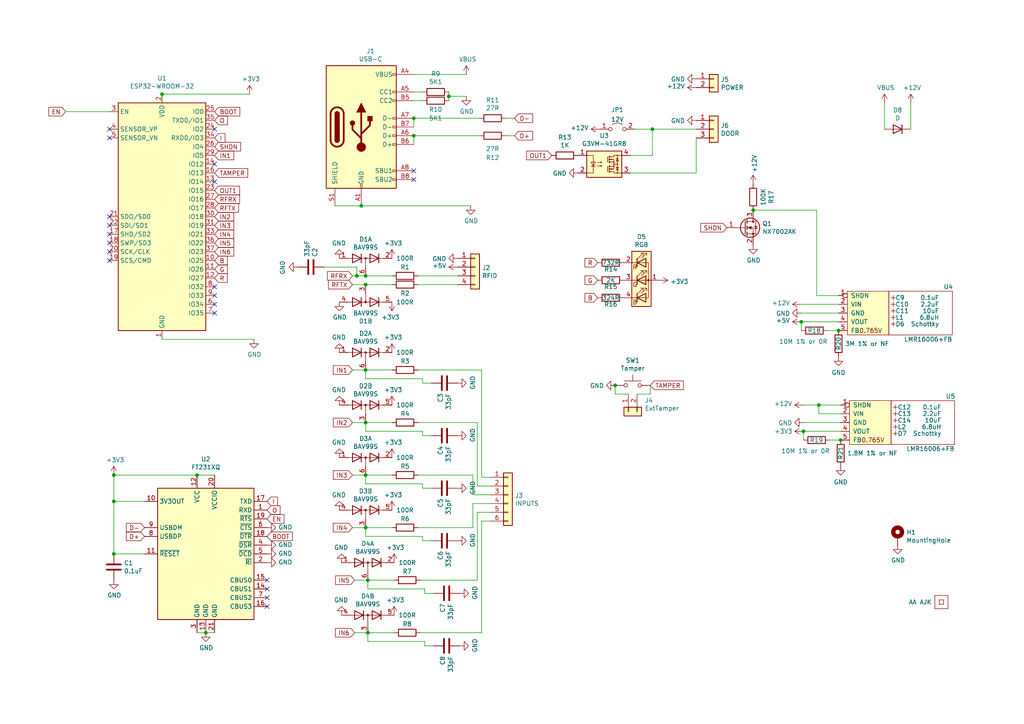
<source format=kicad_sch>
(kicad_sch (version 20211123) (generator eeschema)
  (paper "A4")
  (title_block (title "Access control") (date "${DATE}") (rev "3") (company "Adrian Kennard Andrews & Arnold Ltd") (comment 1 "@TheRealRevK") (comment 2 "www.me.uk"))
  (junction (at 106.045 122.555))
  (junction (at 120.015 39.37))
  (junction (at 120.015 34.29))
  (junction (at 106.68 168.275))
  (junction (at 104.775 59.69))
  (junction (at 106.045 80.01))
  (junction (at 178.435 111.76))
  (junction (at 189.23 37.465))
  (junction (at 243.84 127.635))
  (junction (at 33.02 160.655))
  (junction (at 106.045 137.795))
  (junction (at 59.69 183.515))
  (junction (at 106.68 183.515))
  (junction (at 130.175 27.94))
  (junction (at 33.02 145.415))
  (junction (at 243.205 95.885))
  (junction (at 106.045 107.315))
  (junction (at 233.045 125.095))
  (junction (at 57.15 137.795))
  (junction (at 103.505 80.01))
  (junction (at 237.49 117.475))
  (junction (at 106.045 82.55))
  (junction (at 46.99 27.305))
  (junction (at 232.41 93.345))
  (junction (at 33.02 137.795))
  (junction (at 218.44 60.96))
  (junction (at 106.045 153.035))
  (no_connect (at 62.23 88.265))
  (no_connect (at 77.47 175.895))
  (no_connect (at 31.75 67.945))
  (no_connect (at 62.23 47.625))
  (no_connect (at 31.75 37.465))
  (no_connect (at 62.23 85.725))
  (no_connect (at 31.75 70.485))
  (no_connect (at 62.23 37.465))
  (no_connect (at 77.47 170.815))
  (no_connect (at 77.47 168.275))
  (no_connect (at 77.47 173.355))
  (no_connect (at 31.75 75.565))
  (no_connect (at 120.015 52.07))
  (no_connect (at 62.23 90.805))
  (no_connect (at 31.75 62.865))
  (no_connect (at 31.75 65.405))
  (no_connect (at 62.23 83.185))
  (no_connect (at 120.015 49.53))
  (no_connect (at 62.23 52.705))
  (no_connect (at 31.75 40.005))
  (no_connect (at 31.75 73.025))
  (wire (pts (xy 236.855 85.725) (xy 243.205 85.725)))
  (wire (pts (xy 106.68 186.055) (xy 123.19 186.055)))
  (wire (pts (xy 233.045 125.095) (xy 243.84 125.095)))
  (wire (pts (xy 122.555 109.855) (xy 122.555 111.125)))
  (wire (pts (xy 103.505 80.01) (xy 106.045 80.01)))
  (wire (pts (xy 121.285 153.035) (xy 137.16 153.035)))
  (wire (pts (xy 104.775 59.69) (xy 136.525 59.69)))
  (wire (pts (xy 146.685 34.29) (xy 149.225 34.29)))
  (wire (pts (xy 106.68 168.275) (xy 114.3 168.275)))
  (wire (pts (xy 106.045 82.55) (xy 113.665 82.55)))
  (wire (pts (xy 138.43 168.275) (xy 138.43 148.59)))
  (wire (pts (xy 184.785 114.3) (xy 188.595 114.3)))
  (wire (pts (xy 106.045 140.335) (xy 122.555 140.335)))
  (wire (pts (xy 201.93 40.005) (xy 201.93 50.165)))
  (wire (pts (xy 233.045 125.095) (xy 233.045 127.635)))
  (wire (pts (xy 106.045 107.315) (xy 113.665 107.315)))
  (wire (pts (xy 59.69 183.515) (xy 62.23 183.515)))
  (wire (pts (xy 256.54 37.465) (xy 256.54 29.845)))
  (wire (pts (xy 33.02 145.415) (xy 33.02 137.795)))
  (wire (pts (xy 62.23 137.795) (xy 57.15 137.795)))
  (wire (pts (xy 121.285 137.795) (xy 137.16 137.795)))
  (wire (pts (xy 122.555 156.845) (xy 125.095 156.845)))
  (wire (pts (xy 232.41 93.345) (xy 243.205 93.345)))
  (wire (pts (xy 139.7 138.43) (xy 142.24 138.43)))
  (wire (pts (xy 232.41 88.265) (xy 243.205 88.265)))
  (wire (pts (xy 182.88 45.085) (xy 189.23 45.085)))
  (wire (pts (xy 106.045 137.795) (xy 113.665 137.795)))
  (wire (pts (xy 46.99 98.425) (xy 73.66 98.425)))
  (wire (pts (xy 237.49 117.475) (xy 243.84 117.475)))
  (wire (pts (xy 120.015 34.29) (xy 139.065 34.29)))
  (wire (pts (xy 106.045 122.555) (xy 106.045 125.095)))
  (wire (pts (xy 233.045 117.475) (xy 237.49 117.475)))
  (wire (pts (xy 103.505 77.47) (xy 103.505 80.01)))
  (wire (pts (xy 233.045 122.555) (xy 243.84 122.555)))
  (wire (pts (xy 120.015 26.67) (xy 122.555 26.67)))
  (wire (pts (xy 139.7 151.13) (xy 142.24 151.13)))
  (wire (pts (xy 106.045 137.795) (xy 106.045 140.335)))
  (wire (pts (xy 146.685 39.37) (xy 149.225 39.37)))
  (wire (pts (xy 138.43 122.555) (xy 138.43 140.97)))
  (wire (pts (xy 236.855 60.96) (xy 236.855 85.725)))
  (wire (pts (xy 121.285 122.555) (xy 138.43 122.555)))
  (wire (pts (xy 121.285 107.315) (xy 139.7 107.315)))
  (wire (pts (xy 137.16 153.035) (xy 137.16 146.05)))
  (wire (pts (xy 122.555 126.365) (xy 125.095 126.365)))
  (wire (pts (xy 106.045 125.095) (xy 122.555 125.095)))
  (wire (pts (xy 237.49 117.475) (xy 237.49 120.015)))
  (wire (pts (xy 130.175 27.94) (xy 130.175 29.21)))
  (wire (pts (xy 232.41 93.345) (xy 232.41 95.885)))
  (wire (pts (xy 102.235 82.55) (xy 106.045 82.55)))
  (wire (pts (xy 182.88 50.165) (xy 201.93 50.165)))
  (wire (pts (xy 138.43 148.59) (xy 142.24 148.59)))
  (wire (pts (xy 232.41 90.805) (xy 243.205 90.805)))
  (wire (pts (xy 264.16 37.465) (xy 264.16 29.845)))
  (wire (pts (xy 102.87 183.515) (xy 106.68 183.515)))
  (wire (pts (xy 106.045 80.01) (xy 113.665 80.01)))
  (wire (pts (xy 178.435 114.3) (xy 182.245 114.3)))
  (wire (pts (xy 137.16 146.05) (xy 142.24 146.05)))
  (wire (pts (xy 121.285 80.01) (xy 132.715 80.01)))
  (wire (pts (xy 122.555 140.335) (xy 122.555 141.605)))
  (wire (pts (xy 120.015 21.59) (xy 135.255 21.59)))
  (wire (pts (xy 102.235 122.555) (xy 106.045 122.555)))
  (wire (pts (xy 123.19 186.055) (xy 123.19 187.325)))
  (wire (pts (xy 106.68 170.815) (xy 123.19 170.815)))
  (wire (pts (xy 137.16 143.51) (xy 142.24 143.51)))
  (wire (pts (xy 122.555 111.125) (xy 125.095 111.125)))
  (wire (pts (xy 123.19 170.815) (xy 123.19 172.085)))
  (wire (pts (xy 33.02 137.795) (xy 57.15 137.795)))
  (wire (pts (xy 139.7 183.515) (xy 139.7 151.13)))
  (wire (pts (xy 189.23 37.465) (xy 184.15 37.465)))
  (wire (pts (xy 123.19 172.085) (xy 125.73 172.085)))
  (wire (pts (xy 122.555 141.605) (xy 125.095 141.605)))
  (wire (pts (xy 57.15 183.515) (xy 59.69 183.515)))
  (wire (pts (xy 106.045 153.035) (xy 106.045 155.575)))
  (wire (pts (xy 240.03 95.885) (xy 243.205 95.885)))
  (wire (pts (xy 123.19 187.325) (xy 125.73 187.325)))
  (wire (pts (xy 120.015 29.21) (xy 122.555 29.21)))
  (wire (pts (xy 106.045 155.575) (xy 122.555 155.575)))
  (wire (pts (xy 106.68 183.515) (xy 114.3 183.515)))
  (wire (pts (xy 218.44 60.96) (xy 236.855 60.96)))
  (wire (pts (xy 120.015 41.91) (xy 120.015 39.37)))
  (wire (pts (xy 137.16 137.795) (xy 137.16 143.51)))
  (wire (pts (xy 189.23 45.085) (xy 189.23 37.465)))
  (wire (pts (xy 93.98 77.47) (xy 103.505 77.47)))
  (wire (pts (xy 120.015 39.37) (xy 139.065 39.37)))
  (wire (pts (xy 102.87 168.275) (xy 106.68 168.275)))
  (wire (pts (xy 41.91 160.655) (xy 33.02 160.655)))
  (wire (pts (xy 135.255 27.94) (xy 130.175 27.94)))
  (wire (pts (xy 122.555 125.095) (xy 122.555 126.365)))
  (wire (pts (xy 178.435 111.76) (xy 178.435 114.3)))
  (wire (pts (xy 106.045 107.315) (xy 106.045 109.855)))
  (wire (pts (xy 46.99 27.305) (xy 46.99 29.845)))
  (wire (pts (xy 121.285 82.55) (xy 132.715 82.55)))
  (wire (pts (xy 106.045 122.555) (xy 113.665 122.555)))
  (wire (pts (xy 33.02 145.415) (xy 41.91 145.415)))
  (wire (pts (xy 106.68 168.275) (xy 106.68 170.815)))
  (wire (pts (xy 46.99 27.305) (xy 72.39 27.305)))
  (wire (pts (xy 102.235 80.01) (xy 103.505 80.01)))
  (wire (pts (xy 130.175 26.67) (xy 130.175 27.94)))
  (wire (pts (xy 120.015 36.83) (xy 120.015 34.29)))
  (wire (pts (xy 33.02 160.655) (xy 33.02 145.415)))
  (wire (pts (xy 121.92 183.515) (xy 139.7 183.515)))
  (wire (pts (xy 121.92 168.275) (xy 138.43 168.275)))
  (wire (pts (xy 102.235 107.315) (xy 106.045 107.315)))
  (wire (pts (xy 102.235 153.035) (xy 106.045 153.035)))
  (wire (pts (xy 106.045 109.855) (xy 122.555 109.855)))
  (wire (pts (xy 106.045 153.035) (xy 113.665 153.035)))
  (wire (pts (xy 106.68 183.515) (xy 106.68 186.055)))
  (wire (pts (xy 240.665 127.635) (xy 243.84 127.635)))
  (wire (pts (xy 189.23 37.465) (xy 201.93 37.465)))
  (wire (pts (xy 19.05 32.385) (xy 31.75 32.385)))
  (wire (pts (xy 237.49 120.015) (xy 243.84 120.015)))
  (wire (pts (xy 139.7 107.315) (xy 139.7 138.43)))
  (wire (pts (xy 97.155 59.69) (xy 104.775 59.69)))
  (wire (pts (xy 138.43 140.97) (xy 142.24 140.97)))
  (wire (pts (xy 102.235 137.795) (xy 106.045 137.795)))
  (wire (pts (xy 122.555 155.575) (xy 122.555 156.845)))
  (wire (pts (xy 188.595 111.76) (xy 188.595 114.3)))
  (global_label "BOOT" (shape input) (at 77.47 155.575 0) (property "Intersheet References" "${INTERSHEET_REFS}" (effects hide)))
  (global_label "RFRX" (shape input) (at 102.235 80.01 180) (property "Intersheet References" "${INTERSHEET_REFS}" (effects hide)))
  (global_label "IN3" (shape input) (at 102.235 137.795 180) (property "Intersheet References" "${INTERSHEET_REFS}" (effects hide)))
  (global_label "I" (shape input) (at 62.23 40.005 0) (property "Intersheet References" "${INTERSHEET_REFS}" (effects hide)))
  (global_label "D+" (shape input) (at 41.91 155.575 180) (property "Intersheet References" "${INTERSHEET_REFS}" (effects hide)))
  (global_label "R" (shape input) (at 173.355 76.2 180) (property "Intersheet References" "${INTERSHEET_REFS}" (effects hide)))
  (global_label "O" (shape input) (at 62.23 34.925 0) (property "Intersheet References" "${INTERSHEET_REFS}" (effects hide)))
  (global_label "I" (shape input) (at 77.47 145.415 0) (property "Intersheet References" "${INTERSHEET_REFS}" (effects hide)))
  (global_label "G" (shape input) (at 173.355 81.28 180) (property "Intersheet References" "${INTERSHEET_REFS}" (effects hide)))
  (global_label "IN4" (shape input) (at 102.235 153.035 180) (property "Intersheet References" "${INTERSHEET_REFS}" (effects hide)))
  (global_label "EN" (shape input) (at 19.05 32.385 180) (property "Intersheet References" "${INTERSHEET_REFS}" (effects hide)))
  (global_label "IN4" (shape input) (at 62.23 67.945 0) (property "Intersheet References" "${INTERSHEET_REFS}" (effects hide)))
  (global_label "O" (shape input) (at 77.47 147.955 0) (property "Intersheet References" "${INTERSHEET_REFS}" (effects hide)))
  (global_label "IN5" (shape input) (at 102.87 168.275 180) (property "Intersheet References" "${INTERSHEET_REFS}" (effects hide)))
  (global_label "B" (shape input) (at 173.355 86.36 180) (property "Intersheet References" "${INTERSHEET_REFS}" (effects hide)))
  (global_label "BOOT" (shape input) (at 62.23 32.385 0) (property "Intersheet References" "${INTERSHEET_REFS}" (effects hide)))
  (global_label "D-" (shape input) (at 149.225 34.29 0) (property "Intersheet References" "${INTERSHEET_REFS}" (effects hide)))
  (global_label "R" (shape input) (at 62.23 80.645 0) (property "Intersheet References" "${INTERSHEET_REFS}" (effects hide)))
  (global_label "IN2" (shape input) (at 62.23 62.865 0) (property "Intersheet References" "${INTERSHEET_REFS}" (effects hide)))
  (global_label "SHDN" (shape input) (at 210.82 66.04 180) (property "Intersheet References" "${INTERSHEET_REFS}" (effects hide)))
  (global_label "OUT1" (shape input) (at 160.02 45.085 180) (property "Intersheet References" "${INTERSHEET_REFS}" (effects hide)))
  (global_label "TAMPER" (shape input) (at 188.595 111.76 0) (property "Intersheet References" "${INTERSHEET_REFS}" (effects hide)))
  (global_label "RFTX" (shape input) (at 62.23 60.325 0) (property "Intersheet References" "${INTERSHEET_REFS}" (effects hide)))
  (global_label "TAMPER" (shape input) (at 62.23 50.165 0) (property "Intersheet References" "${INTERSHEET_REFS}" (effects hide)))
  (global_label "IN1" (shape input) (at 62.23 45.085 0) (property "Intersheet References" "${INTERSHEET_REFS}" (effects hide)))
  (global_label "IN6" (shape input) (at 62.23 73.025 0) (property "Intersheet References" "${INTERSHEET_REFS}" (effects hide)))
  (global_label "G" (shape input) (at 62.23 78.105 0) (property "Intersheet References" "${INTERSHEET_REFS}" (effects hide)))
  (global_label "D+" (shape input) (at 149.225 39.37 0) (property "Intersheet References" "${INTERSHEET_REFS}" (effects hide)))
  (global_label "EN" (shape input) (at 77.47 150.495 0) (property "Intersheet References" "${INTERSHEET_REFS}" (effects hide)))
  (global_label "IN2" (shape input) (at 102.235 122.555 180) (property "Intersheet References" "${INTERSHEET_REFS}" (effects hide)))
  (global_label "IN1" (shape input) (at 102.235 107.315 180) (property "Intersheet References" "${INTERSHEET_REFS}" (effects hide)))
  (global_label "IN3" (shape input) (at 62.23 65.405 0) (property "Intersheet References" "${INTERSHEET_REFS}" (effects hide)))
  (global_label "D-" (shape input) (at 41.91 153.035 180) (property "Intersheet References" "${INTERSHEET_REFS}" (effects hide)))
  (global_label "OUT1" (shape input) (at 62.23 55.245 0) (property "Intersheet References" "${INTERSHEET_REFS}" (effects hide)))
  (global_label "RFRX" (shape input) (at 62.23 57.785 0) (property "Intersheet References" "${INTERSHEET_REFS}" (effects hide)))
  (global_label "B" (shape input) (at 62.23 75.565 0) (property "Intersheet References" "${INTERSHEET_REFS}" (effects hide)))
  (global_label "IN6" (shape input) (at 102.87 183.515 180) (property "Intersheet References" "${INTERSHEET_REFS}" (effects hide)))
  (global_label "SHDN" (shape input) (at 62.23 42.545 0) (property "Intersheet References" "${INTERSHEET_REFS}" (effects hide)))
  (global_label "IN5" (shape input) (at 62.23 70.485 0) (property "Intersheet References" "${INTERSHEET_REFS}" (effects hide)))
  (global_label "RFTX" (shape input) (at 102.235 82.55 180) (property "Intersheet References" "${INTERSHEET_REFS}" (effects hide)))
  (symbol (lib_id "RF_Module:ESP32-WROOM-32") (at 46.99 62.865 0) (unit 1)
    (property "Reference" "U1" (at 46.99 22.7076 0))
    (property "Value" "ESP32-WROOM-32" (at 46.99 25.019 0))
    (property "Footprint" "RF_Module:ESP32-WROOM-32" (effects hide))
    (property "Datasheet" "https://www.espressif.com/sites/default/files/documentation/esp32-wroom-32_datasheet_en.pdf" (effects hide))
  )
  (symbol (lib_id "Connector:USB_C_Receptacle_USB2.0") (at 104.775 36.83 0) (unit 1)
    (property "Reference" "J1" (at 107.4928 14.8082 0))
    (property "Value" "USB-C" (at 107.4928 17.1196 0))
    (property "Footprint" "RevK:USC16-TR-Round" (effects hide))
    (property "Datasheet" "https://www.usb.org/sites/default/files/documents/usb_type-c.zip" (effects hide))
  )
  (symbol (lib_id "Device:R") (at 126.365 26.67 90) (unit 1)
    (property "Reference" "R9" (at 126.365 21.4122 90))
    (property "Value" "5K1" (at 126.365 23.7236 90))
    (property "Footprint" "RevK:R_0603" (effects hide))
  )
  (symbol (lib_id "power:GND") (at 136.525 59.69 0) (unit 1)
    (property "Reference" "#PWR037" (effects hide))
    (property "Value" "GND" (at 136.652 64.0842 0))
  )
  (symbol (lib_id "power:GND") (at 73.66 98.425 0) (unit 1)
    (property "Reference" "#PWR05" (effects hide))
    (property "Value" "GND" (at 73.787 102.8192 0))
  )
  (symbol (lib_id "Device:R") (at 126.365 29.21 270) (unit 1)
    (property "Reference" "R10" (at 126.365 31.75 90))
    (property "Value" "5K1" (at 126.365 34.29 90))
    (property "Footprint" "RevK:R_0603" (effects hide))
  )
  (symbol (lib_id "RevK:AJK") (at 260.35 174.625 0) (unit 1)
    (property "Reference" "AJK1" (effects hide))
    (property "Value" "AJK" (at 266.7 174.625 0) (effects (justify left)))
    (property "Footprint" "RevK:AJK" (effects hide))
    (property "Note" "Non part, PCB printed" (effects hide))
  )
  (symbol (lib_id "Connector_Generic:Conn_01x04") (at 137.795 77.47 0) (unit 1)
    (property "Reference" "J2" (at 139.827 77.6732 0) (effects (justify left)))
    (property "Value" "RFID" (at 139.827 79.9846 0) (effects (justify left)))
    (property "Footprint" "RevK:Molex_MiniSPOX_H4RA" (effects hide))
  )
  (symbol (lib_id "RevK:PowerIn") (at 207.01 22.86 0) (unit 1)
    (property "Reference" "J5" (at 209.042 23.0632 0) (effects (justify left)))
    (property "Value" "POWER" (at 209.042 25.3746 0) (effects (justify left)))
    (property "Footprint" "RevK:Molex_MiniSPOX_H2RA" (effects hide))
  )
  (symbol (lib_id "power:GND") (at 132.715 74.93 270) (unit 1)
    (property "Reference" "#PWR027" (effects hide))
    (property "Value" "GND" (at 129.4638 75.057 90) (effects (justify right)))
  )
  (symbol (lib_id "power:GND") (at 201.93 22.86 270) (unit 1)
    (property "Reference" "#PWR042" (effects hide))
    (property "Value" "GND" (at 198.6788 22.987 90) (effects (justify right)))
  )
  (symbol (lib_id "power:+5V") (at 132.715 77.47 90) (unit 1)
    (property "Reference" "#PWR028" (effects hide))
    (property "Value" "+5V" (at 129.4638 77.089 90) (effects (justify left)))
  )
  (symbol (lib_id "power:GND") (at 167.64 50.165 270) (unit 1)
    (property "Reference" "#PWR038" (effects hide))
    (property "Value" "GND" (at 164.3888 50.292 90) (effects (justify right)))
  )
  (symbol (lib_id "Device:R") (at 163.83 45.085 270) (unit 1)
    (property "Reference" "R13" (at 163.83 39.8272 90))
    (property "Value" "1K" (at 163.83 42.1386 90))
    (property "Footprint" "Resistor_SMD:R_0603_1608Metric_Pad0.98x0.95mm_HandSolder" (effects hide))
  )
  (symbol (lib_id "power:GND") (at 218.44 71.12 0) (unit 1)
    (property "Reference" "#PWR046" (effects hide))
    (property "Value" "GND" (at 218.567 75.5142 0))
  )
  (symbol (lib_id "Interface_USB:FT231XQ") (at 59.69 160.655 0) (unit 1)
    (property "Reference" "U2" (at 59.69 133.1976 0))
    (property "Value" "FT231XQ" (at 59.69 135.509 0))
    (property "Footprint" "RevK:QFN-20-1EP_4x4mm_P0.5mm_EP2.5x2.5mm" (effects hide))
    (property "Datasheet" "https://www.ftdichip.com/Support/Documents/DataSheets/ICs/DS_FT231X.pdf" (effects hide))
  )
  (symbol (lib_id "power:GND") (at 59.69 183.515 0) (unit 1)
    (property "Reference" "#PWR03" (effects hide))
    (property "Value" "GND" (at 59.817 187.9092 0))
  )
  (symbol (lib_id "power:+3.3V") (at 33.02 137.795 0) (unit 1)
    (property "Reference" "#PWR01" (effects hide))
    (property "Value" "+3.3V" (at 33.401 133.4008 0))
  )
  (symbol (lib_id "power:GND") (at 77.47 153.035 90) (unit 1)
    (property "Reference" "#PWR06" (effects hide))
    (property "Value" "GND" (at 80.7212 152.908 90) (effects (justify right)))
  )
  (symbol (lib_id "power:GND") (at 77.47 158.115 90) (unit 1)
    (property "Reference" "#PWR07" (effects hide))
    (property "Value" "GND" (at 80.7212 157.988 90) (effects (justify right)))
  )
  (symbol (lib_id "power:GND") (at 77.47 160.655 90) (unit 1)
    (property "Reference" "#PWR08" (effects hide))
    (property "Value" "GND" (at 80.7212 160.528 90) (effects (justify right)))
  )
  (symbol (lib_id "power:GND") (at 77.47 163.195 90) (unit 1)
    (property "Reference" "#PWR09" (effects hide))
    (property "Value" "GND" (at 80.7212 163.068 90) (effects (justify right)))
  )
  (symbol (lib_id "RevK:G3VM-41GR8") (at 175.26 47.625 0) (unit 1)
    (property "Reference" "U3" (at 175.26 39.37 0))
    (property "Value" "G3VM-41GR8" (at 175.26 41.6814 0))
    (property "Footprint" "RevK:Special-SOP-4-3.7x4.55" (effects hide))
    (property "Datasheet" "https://toshiba.semicon-storage.com/info/docget.jsp?did=1284&prodName=TLP3542" (effects hide))
  )
  (symbol (lib_id "Device:R") (at 142.875 34.29 270) (unit 1)
    (property "Reference" "R11" (at 142.875 29.0322 90))
    (property "Value" "27R" (at 142.875 31.3436 90))
    (property "Footprint" "RevK:R_0603" (effects hide))
  )
  (symbol (lib_id "Device:R") (at 142.875 39.37 270) (unit 1)
    (property "Reference" "R12" (at 142.875 45.72 90))
    (property "Value" "27R" (at 142.875 43.18 90))
    (property "Footprint" "RevK:R_0603" (effects hide))
  )
  (symbol (lib_id "Connector_Generic:Conn_01x03") (at 207.01 37.465 0) (unit 1)
    (property "Reference" "J6" (at 209.042 36.3982 0) (effects (justify left)))
    (property "Value" "DOOR" (at 209.042 38.7096 0) (effects (justify left)))
    (property "Footprint" "RevK:Molex_MiniSPOX_H3RA" (effects hide))
  )
  (symbol (lib_id "Connector_Generic:Conn_01x06") (at 147.32 143.51 0) (unit 1)
    (property "Reference" "J3" (at 149.352 143.7132 0) (effects (justify left)))
    (property "Value" "INPUTS" (at 149.352 146.0246 0) (effects (justify left)))
    (property "Footprint" "RevK:Molex_MiniSPOX_H6RA" (effects hide))
  )
  (symbol (lib_id "Mechanical:MountingHole_Pad") (at 260.35 155.575 0) (unit 1)
    (property "Reference" "H1" (at 262.89 154.4066 0) (effects (justify left)))
    (property "Value" "MountingHole" (at 262.89 156.718 0) (effects (justify left)))
    (property "Footprint" "RevK:ISO7380-M3-Pad" (effects hide))
  )
  (symbol (lib_id "power:+12V") (at 201.93 25.4 90) (unit 1)
    (property "Reference" "#PWR043" (effects hide))
    (property "Value" "+12V" (at 198.6788 25.019 90) (effects (justify left)))
  )
  (symbol (lib_id "power:+12V") (at 173.99 37.465 90) (unit 1)
    (property "Reference" "#PWR039" (effects hide))
    (property "Value" "+12V" (at 170.7388 37.084 90) (effects (justify left)))
  )
  (symbol (lib_id "power:+12V") (at 264.16 29.845 0) (unit 1)
    (property "Reference" "#PWR057" (effects hide))
    (property "Value" "+12V" (at 264.541 25.4508 0))
  )
  (symbol (lib_id "Device:D") (at 260.35 37.465 180) (unit 1)
    (property "Reference" "D8" (at 260.35 31.9532 0))
    (property "Value" "D" (at 260.35 34.2646 0))
    (property "Footprint" "Diode_SMD:D_1206_3216Metric_Pad1.42x1.75mm_HandSolder" (effects hide))
  )
  (symbol (lib_id "power:VBUS") (at 256.54 29.845 0) (unit 1)
    (property "Reference" "#PWR055" (effects hide))
    (property "Value" "VBUS" (at 256.921 25.4508 0))
  )
  (symbol (lib_id "power:GND") (at 260.35 158.115 0) (unit 1)
    (property "Reference" "#PWR056" (effects hide))
    (property "Value" "GND" (at 260.477 162.5092 0))
  )
  (symbol (lib_id "power:GND") (at 201.93 34.925 270) (unit 1)
    (property "Reference" "#PWR044" (effects hide))
    (property "Value" "GND" (at 198.6788 35.052 90) (effects (justify right)))
  )
  (symbol (lib_id "RevK:QR") (at 273.05 174.625 0) (unit 1)
    (property "Reference" "U7" (effects hide))
    (property "Value" "QR" (effects hide))
    (property "Footprint" "RevK:QR-SS" (effects hide))
    (property "Note" "Non part, PCB printed" (effects hide))
  )
  (symbol (lib_id "Device:C") (at 33.02 164.465 0) (unit 1)
    (property "Reference" "C1" (at 35.941 163.2966 0) (effects (justify left)))
    (property "Value" "0.1uF" (at 35.941 165.608 0) (effects (justify left)))
    (property "Footprint" "RevK:C_0603" (effects hide))
  )
  (symbol (lib_id "power:GND") (at 33.02 168.275 0) (unit 1)
    (property "Reference" "#PWR02" (effects hide))
    (property "Value" "GND" (at 33.147 172.6692 0))
  )
  (symbol (lib_id "power:+12V") (at 233.045 117.475 90) (unit 1)
    (property "Reference" "#PWR050" (effects hide))
    (property "Value" "+12V" (at 229.7938 117.094 90) (effects (justify left)))
  )
  (symbol (lib_id "power:+12V") (at 232.41 88.265 90) (unit 1)
    (property "Reference" "#PWR047" (effects hide))
    (property "Value" "+12V" (at 229.1588 87.884 90) (effects (justify left)))
  )
  (symbol (lib_id "power:+5V") (at 232.41 93.345 90) (unit 1)
    (property "Reference" "#PWR049" (effects hide))
    (property "Value" "+5V" (at 229.1588 92.964 90) (effects (justify left)))
  )
  (symbol (lib_id "Switch:SW_Push") (at 183.515 111.76 0) (unit 1)
    (property "Reference" "SW1" (at 183.515 104.521 0))
    (property "Value" "Tamper" (at 183.515 106.8324 0))
    (property "Footprint" "RevK:SW_PUSH_6mm_SMD" (effects hide))
  )
  (symbol (lib_id "Connector_Generic:Conn_01x02") (at 182.245 119.38 90) (mirror x) (unit 1)
    (property "Reference" "J4" (at 187.0202 116.1288 90) (effects (justify right)))
    (property "Value" "ExtTamper" (at 187.0202 118.4402 90) (effects (justify right)))
    (property "Footprint" "TestPoint:TestPoint_2Pads_Pitch5.08mm_Drill1.3mm" (effects hide))
  )
  (symbol (lib_id "power:GND") (at 178.435 111.76 270) (unit 1)
    (property "Reference" "#PWR040" (effects hide))
    (property "Value" "GND" (at 175.1838 111.887 90) (effects (justify right)))
  )
  (symbol (lib_id "Device:R") (at 218.44 57.15 180) (unit 1)
    (property "Reference" "R17" (at 223.6978 57.15 90))
    (property "Value" "100K" (at 221.3864 57.15 90))
    (property "Footprint" "RevK:R_0603" (effects hide))
  )
  (symbol (lib_id "power:+12V") (at 218.44 53.34 0) (unit 1)
    (property "Reference" "#PWR045" (effects hide))
    (property "Value" "+12V" (at 218.821 50.0888 90) (effects (justify left)))
  )
  (symbol (lib_id "Device:R") (at 117.475 82.55 270) (unit 1)
    (property "Reference" "R2" (at 117.475 85.09 90))
    (property "Value" "100R" (at 117.475 87.63 90))
    (property "Footprint" "RevK:R_0603" (effects hide))
  )
  (symbol (lib_id "Device:R") (at 117.475 80.01 270) (unit 1)
    (property "Reference" "R1" (at 117.475 77.47 90))
    (property "Value" "100R" (at 117.475 74.93 90))
    (property "Footprint" "RevK:R_0603" (effects hide))
  )
  (symbol (lib_id "Diode:BAV99S") (at 106.045 74.93 0) (unit 1)
    (property "Reference" "D1" (at 106.045 69.4182 0))
    (property "Value" "BAV99S" (at 106.045 71.7296 0))
    (property "Footprint" "Package_TO_SOT_SMD:SOT-363_SC-70-6" (effects hide))
    (property "Datasheet" "https://assets.nexperia.com/documents/data-sheet/BAV99_SER.pdf" (effects hide))
  )
  (symbol (lib_id "Device:R") (at 117.475 107.315 270) (unit 1)
    (property "Reference" "R3" (at 117.475 104.775 90))
    (property "Value" "100R" (at 117.475 102.235 90))
    (property "Footprint" "RevK:R_0603" (effects hide))
  )
  (symbol (lib_id "Diode:BAV99S") (at 106.045 102.235 0) (unit 1)
    (property "Reference" "D2" (at 106.045 96.7232 0))
    (property "Value" "BAV99S" (at 106.045 99.0346 0))
    (property "Footprint" "Package_TO_SOT_SMD:SOT-363_SC-70-6" (effects hide))
    (property "Datasheet" "https://assets.nexperia.com/documents/data-sheet/BAV99_SER.pdf" (effects hide))
  )
  (symbol (lib_id "power:+3.3V") (at 113.665 102.235 0) (unit 1)
    (property "Reference" "#PWR021" (effects hide))
    (property "Value" "+3.3V" (at 114.046 97.8408 0))
  )
  (symbol (lib_id "Device:R") (at 117.475 122.555 270) (unit 1)
    (property "Reference" "R4" (at 117.475 120.015 90))
    (property "Value" "100R" (at 117.475 117.475 90))
    (property "Footprint" "RevK:R_0603" (effects hide))
  )
  (symbol (lib_id "Diode:BAV99S") (at 106.045 117.475 0) (unit 2)
    (property "Reference" "D2" (at 106.045 111.9632 0))
    (property "Value" "BAV99S" (at 106.045 114.2746 0))
    (property "Footprint" "Package_TO_SOT_SMD:SOT-363_SC-70-6" (effects hide))
    (property "Datasheet" "https://assets.nexperia.com/documents/data-sheet/BAV99_SER.pdf" (effects hide))
  )
  (symbol (lib_id "power:+3.3V") (at 113.665 117.475 0) (unit 1)
    (property "Reference" "#PWR022" (effects hide))
    (property "Value" "+3.3V" (at 114.046 113.0808 0))
  )
  (symbol (lib_id "power:GND") (at 98.425 117.475 180) (unit 1)
    (property "Reference" "#PWR014" (effects hide))
    (property "Value" "GND" (at 98.298 113.0808 0))
  )
  (symbol (lib_id "Diode:BAV99S") (at 106.045 87.63 0) (mirror x) (unit 2)
    (property "Reference" "D1" (at 106.045 93.1418 0))
    (property "Value" "BAV99S" (at 106.045 90.8304 0))
    (property "Footprint" "Package_TO_SOT_SMD:SOT-363_SC-70-6" (effects hide))
    (property "Datasheet" "https://assets.nexperia.com/documents/data-sheet/BAV99_SER.pdf" (effects hide))
  )
  (symbol (lib_id "power:+3.3V") (at 113.665 74.93 0) (unit 1)
    (property "Reference" "#PWR019" (effects hide))
    (property "Value" "+3.3V" (at 114.046 70.5358 0))
  )
  (symbol (lib_id "power:+3.3V") (at 113.665 87.63 180) (unit 1)
    (property "Reference" "#PWR020" (effects hide))
    (property "Value" "+3.3V" (at 113.284 92.0242 0))
  )
  (symbol (lib_id "power:GND") (at 98.425 87.63 0) (unit 1)
    (property "Reference" "#PWR012" (effects hide))
    (property "Value" "GND" (at 98.552 92.0242 0))
  )
  (symbol (lib_id "power:GND") (at 98.425 74.93 180) (unit 1)
    (property "Reference" "#PWR011" (effects hide))
    (property "Value" "GND" (at 98.298 70.5358 0))
  )
  (symbol (lib_id "RevK:AA") (at 262.89 174.625 0) (unit 1)
    (property "Reference" "U6" (effects hide))
    (property "Value" "AA" (at 263.525 174.625 0) (effects (justify left)))
    (property "Footprint" "RevK:AA" (effects hide))
    (property "Note" "Non part, PCB printed" (effects hide))
  )
  (symbol (lib_id "Device:R") (at 177.165 86.36 270) (unit 1)
    (property "Reference" "R16" (at 177.165 88.265 90))
    (property "Value" "324R" (at 177.165 86.36 90))
    (property "Footprint" "RevK:R_0603" (effects hide))
  )
  (symbol (lib_id "power:+3.3V") (at 191.135 81.28 270) (unit 1)
    (property "Reference" "#PWR041" (effects hide))
    (property "Value" "+3.3V" (at 194.3862 81.661 90) (effects (justify left)))
  )
  (symbol (lib_id "Device:C") (at 128.905 111.125 90) (mirror x) (unit 1)
    (property "Reference" "C3" (at 127.7366 114.046 0) (effects (justify left)))
    (property "Value" "33pF" (at 130.048 114.046 0) (effects (justify left)))
    (property "Footprint" "RevK:C_0603" (effects hide))
  )
  (symbol (lib_id "power:GND") (at 132.715 111.125 90) (unit 1)
    (property "Reference" "#PWR029" (effects hide))
    (property "Value" "GND" (at 137.1092 110.998 0))
  )
  (symbol (lib_id "Device:R") (at 117.475 137.795 270) (unit 1)
    (property "Reference" "R5" (at 117.475 135.255 90))
    (property "Value" "100R" (at 117.475 132.715 90))
    (property "Footprint" "RevK:R_0603" (effects hide))
  )
  (symbol (lib_id "Diode:BAV99S") (at 106.045 132.715 0) (unit 1)
    (property "Reference" "D3" (at 106.045 127.2032 0))
    (property "Value" "BAV99S" (at 106.045 129.5146 0))
    (property "Footprint" "Package_TO_SOT_SMD:SOT-363_SC-70-6" (effects hide))
    (property "Datasheet" "https://assets.nexperia.com/documents/data-sheet/BAV99_SER.pdf" (effects hide))
  )
  (symbol (lib_id "power:+3.3V") (at 113.665 132.715 0) (unit 1)
    (property "Reference" "#PWR023" (effects hide))
    (property "Value" "+3.3V" (at 114.046 128.3208 0))
  )
  (symbol (lib_id "power:GND") (at 98.425 132.715 180) (unit 1)
    (property "Reference" "#PWR015" (effects hide))
    (property "Value" "GND" (at 98.298 128.3208 0))
  )
  (symbol (lib_id "Device:R") (at 117.475 153.035 270) (unit 1)
    (property "Reference" "R6" (at 117.475 150.495 90))
    (property "Value" "100R" (at 117.475 147.955 90))
    (property "Footprint" "RevK:R_0603" (effects hide))
  )
  (symbol (lib_id "Diode:BAV99S") (at 106.045 147.955 0) (unit 2)
    (property "Reference" "D3" (at 106.045 142.4432 0))
    (property "Value" "BAV99S" (at 106.045 144.7546 0))
    (property "Footprint" "Package_TO_SOT_SMD:SOT-363_SC-70-6" (effects hide))
    (property "Datasheet" "https://assets.nexperia.com/documents/data-sheet/BAV99_SER.pdf" (effects hide))
  )
  (symbol (lib_id "power:+3.3V") (at 113.665 147.955 0) (unit 1)
    (property "Reference" "#PWR024" (effects hide))
    (property "Value" "+3.3V" (at 114.046 143.5608 0))
  )
  (symbol (lib_id "power:GND") (at 98.425 147.955 180) (unit 1)
    (property "Reference" "#PWR016" (effects hide))
    (property "Value" "GND" (at 98.298 143.5608 0))
  )
  (symbol (lib_id "Device:R") (at 118.11 168.275 270) (unit 1)
    (property "Reference" "R7" (at 118.11 165.735 90))
    (property "Value" "100R" (at 118.11 163.195 90))
    (property "Footprint" "RevK:R_0603" (effects hide))
  )
  (symbol (lib_id "Diode:BAV99S") (at 106.68 163.195 0) (unit 1)
    (property "Reference" "D4" (at 106.68 157.6832 0))
    (property "Value" "BAV99S" (at 106.68 159.9946 0))
    (property "Footprint" "Package_TO_SOT_SMD:SOT-363_SC-70-6" (effects hide))
    (property "Datasheet" "https://assets.nexperia.com/documents/data-sheet/BAV99_SER.pdf" (effects hide))
  )
  (symbol (lib_id "power:+3.3V") (at 114.3 163.195 0) (unit 1)
    (property "Reference" "#PWR025" (effects hide))
    (property "Value" "+3.3V" (at 114.681 158.8008 0))
  )
  (symbol (lib_id "power:GND") (at 99.06 163.195 180) (unit 1)
    (property "Reference" "#PWR017" (effects hide))
    (property "Value" "GND" (at 98.933 158.8008 0))
  )
  (symbol (lib_id "Device:R") (at 118.11 183.515 270) (unit 1)
    (property "Reference" "R8" (at 118.11 180.975 90))
    (property "Value" "100R" (at 118.11 178.435 90))
    (property "Footprint" "RevK:R_0603" (effects hide))
  )
  (symbol (lib_id "Diode:BAV99S") (at 106.68 178.435 0) (unit 2)
    (property "Reference" "D4" (at 106.68 172.9232 0))
    (property "Value" "BAV99S" (at 106.68 175.2346 0))
    (property "Footprint" "Package_TO_SOT_SMD:SOT-363_SC-70-6" (effects hide))
    (property "Datasheet" "https://assets.nexperia.com/documents/data-sheet/BAV99_SER.pdf" (effects hide))
  )
  (symbol (lib_id "power:+3.3V") (at 114.3 178.435 0) (unit 1)
    (property "Reference" "#PWR026" (effects hide))
    (property "Value" "+3.3V" (at 114.681 174.0408 0))
  )
  (symbol (lib_id "power:GND") (at 99.06 178.435 180) (unit 1)
    (property "Reference" "#PWR018" (effects hide))
    (property "Value" "GND" (at 98.933 174.0408 0))
  )
  (symbol (lib_id "Device:C") (at 128.905 126.365 90) (mirror x) (unit 1)
    (property "Reference" "C4" (at 127.7366 129.286 0) (effects (justify left)))
    (property "Value" "33pF" (at 130.048 129.286 0) (effects (justify left)))
    (property "Footprint" "RevK:C_0603" (effects hide))
  )
  (symbol (lib_id "power:GND") (at 132.715 126.365 90) (unit 1)
    (property "Reference" "#PWR030" (effects hide))
    (property "Value" "GND" (at 137.1092 126.238 0))
  )
  (symbol (lib_id "Device:C") (at 128.905 141.605 90) (mirror x) (unit 1)
    (property "Reference" "C5" (at 127.7366 144.526 0) (effects (justify left)))
    (property "Value" "33pF" (at 130.048 144.526 0) (effects (justify left)))
    (property "Footprint" "RevK:C_0603" (effects hide))
  )
  (symbol (lib_id "power:GND") (at 132.715 141.605 90) (unit 1)
    (property "Reference" "#PWR031" (effects hide))
    (property "Value" "GND" (at 137.1092 141.478 0))
  )
  (symbol (lib_id "Device:C") (at 128.905 156.845 90) (mirror x) (unit 1)
    (property "Reference" "C6" (at 127.7366 159.766 0) (effects (justify left)))
    (property "Value" "33pF" (at 130.048 159.766 0) (effects (justify left)))
    (property "Footprint" "RevK:C_0603" (effects hide))
  )
  (symbol (lib_id "power:GND") (at 132.715 156.845 90) (unit 1)
    (property "Reference" "#PWR032" (effects hide))
    (property "Value" "GND" (at 137.1092 156.718 0))
  )
  (symbol (lib_id "Device:C") (at 129.54 172.085 90) (mirror x) (unit 1)
    (property "Reference" "C7" (at 128.3716 175.006 0) (effects (justify left)))
    (property "Value" "33pF" (at 130.683 175.006 0) (effects (justify left)))
    (property "Footprint" "RevK:C_0603" (effects hide))
  )
  (symbol (lib_id "power:GND") (at 133.35 172.085 90) (unit 1)
    (property "Reference" "#PWR033" (effects hide))
    (property "Value" "GND" (at 137.7442 171.958 0))
  )
  (symbol (lib_id "Device:C") (at 129.54 187.325 90) (mirror x) (unit 1)
    (property "Reference" "C8" (at 128.3716 190.246 0) (effects (justify left)))
    (property "Value" "33pF" (at 130.683 190.246 0) (effects (justify left)))
    (property "Footprint" "RevK:C_0603" (effects hide))
  )
  (symbol (lib_id "power:GND") (at 133.35 187.325 90) (unit 1)
    (property "Reference" "#PWR034" (effects hide))
    (property "Value" "GND" (at 137.7442 187.198 0))
  )
  (symbol (lib_id "Device:C") (at 90.17 77.47 270) (mirror x) (unit 1)
    (property "Reference" "C2" (at 91.3384 74.549 0) (effects (justify left)))
    (property "Value" "33pF" (at 89.027 74.549 0) (effects (justify left)))
    (property "Footprint" "RevK:C_0603" (effects hide))
  )
  (symbol (lib_id "power:GND") (at 86.36 77.47 270) (unit 1)
    (property "Reference" "#PWR010" (effects hide))
    (property "Value" "GND" (at 81.9658 77.597 0))
  )
  (symbol (lib_id "Device:LED_ARGB") (at 186.055 81.28 0) (unit 1)
    (property "Reference" "D5" (at 186.055 68.6562 0))
    (property "Value" "RGB" (at 186.055 70.9676 0))
    (property "Footprint" "RevK:LED-RGB-1.6x1.6" (effects hide))
    (property "Manufacturer" "Kingbright" (effects hide))
    (property "Part No" "APTF1616LSEEZGKQBKC" (effects hide))
  )
  (symbol (lib_id "Device:R") (at 177.165 76.2 270) (unit 1)
    (property "Reference" "R14" (at 177.165 78.105 90))
    (property "Value" "732R" (at 177.165 76.2 90))
    (property "Footprint" "RevK:R_0603" (effects hide))
  )
  (symbol (lib_id "Device:R") (at 177.165 81.28 270) (unit 1)
    (property "Reference" "R15" (at 177.165 83.185 90))
    (property "Value" "2K" (at 177.165 81.28 90))
    (property "Footprint" "RevK:R_0603" (effects hide))
  )
  (symbol (lib_id "Device:Q_NMOS_GSD") (at 215.9 66.04 0) (unit 1)
    (property "Reference" "Q1" (at 221.107 64.8716 0) (effects (justify left)))
    (property "Value" "NX7002AK" (at 221.107 67.183 0) (effects (justify left)))
    (property "Footprint" "Package_TO_SOT_SMD:SOT-23" (effects hide))
    (property "Manufacturer" "Nexperia" (effects hide))
    (property "Part No" "NX7002AK" (effects hide))
  )
  (symbol (lib_id "power:VBUS") (at 135.255 21.59 0) (unit 1)
    (property "Reference" "#PWR035" (effects hide))
    (property "Value" "VBUS" (at 135.636 17.1958 0))
  )
  (symbol (lib_id "power:+3.3V") (at 72.39 27.305 0) (unit 1)
    (property "Reference" "#PWR04" (effects hide))
    (property "Value" "+3.3V" (at 72.771 22.9108 0))
  )
  (symbol (lib_id "power:GND") (at 135.255 27.94 0) (unit 1)
    (property "Reference" "#PWR036" (effects hide))
    (property "Value" "GND" (at 135.382 32.3342 0))
  )
  (symbol (lib_id "power:GND") (at 98.425 102.235 180) (unit 1)
    (property "Reference" "#PWR013" (effects hide))
    (property "Value" "GND" (at 98.298 97.8408 0))
  )
  (symbol (lib_name "Hidden_3") (lib_id "RevK:Hidden") (at 259.08 86.36 0) (unit 1)
    (property "Reference" "C9" (at 259.715 86.36 0) (effects (justify left)))
    (property "Value" "0.1uF" (at 272.415 86.36 0) (effects (justify right)))
    (property "Footprint" "RevK:Hidden" (effects hide))
    (property "Note" "X7R or X5R 0603" (effects hide))
  )
  (symbol (lib_name "Hidden_4") (lib_id "RevK:Hidden") (at 259.08 88.265 0) (unit 1)
    (property "Reference" "C10" (at 259.715 88.265 0) (effects (justify left)))
    (property "Value" "2.2uF" (at 272.415 88.265 0) (effects (justify right)))
    (property "Footprint" "RevK:Hidden" (effects hide))
    (property "Note" "0603 or 0805" (effects hide))
  )
  (symbol (lib_name "Hidden_1") (lib_id "RevK:Hidden") (at 259.08 90.17 0) (unit 1)
    (property "Reference" "C11" (at 259.715 90.17 0) (effects (justify left)))
    (property "Value" "10uF" (at 272.415 90.17 0) (effects (justify right)))
    (property "Footprint" "RevK:Hidden" (effects hide))
    (property "Note" "0603 or 0805" (effects hide))
  )
  (symbol (lib_name "Hidden_2") (lib_id "RevK:Hidden") (at 259.08 92.075 0) (unit 1)
    (property "Reference" "L1" (at 259.715 92.075 0) (effects (justify left)))
    (property "Value" "6.8uH" (at 272.415 92.075 0) (effects (justify right)))
    (property "Footprint" "RevK:Hidden" (effects hide))
    (property "Datasheet" "https://www.mouser.co.uk/datasheet/2/987/Laird_Performance_TYA4020_series__Rev_A_-1877538.pdf" (effects hide))
    (property "Manufacturer" "Laird" (effects hide))
    (property "Part No" "TYA4020" (effects hide))
  )
  (symbol (lib_name "Hidden_5") (lib_id "RevK:Hidden") (at 259.08 93.98 0) (unit 1)
    (property "Reference" "D6" (at 259.715 93.98 0) (effects (justify left)))
    (property "Value" "Schottky" (at 272.415 93.98 0) (effects (justify right)))
    (property "Footprint" "RevK:Hidden" (effects hide))
    (property "Datasheet" "https://www.mouser.co.uk/datasheet/2/54/CD1206-B220_B2100-777245.pdf" (effects hide))
    (property "Manufacturer" "Bourns" (effects hide))
    (property "Part No" "CD1206-B2100" (effects hide))
  )
  (symbol (lib_name "Hidden_7") (lib_id "RevK:Hidden") (at 259.715 118.11 0) (unit 1)
    (property "Reference" "C12" (at 260.35 118.11 0) (effects (justify left)))
    (property "Value" "0.1uF" (at 273.05 118.11 0) (effects (justify right)))
    (property "Footprint" "RevK:Hidden" (effects hide))
    (property "Note" "X7R or X5R 0603" (effects hide))
  )
  (symbol (lib_name "Hidden_8") (lib_id "RevK:Hidden") (at 259.715 120.015 0) (unit 1)
    (property "Reference" "C13" (at 260.35 120.015 0) (effects (justify left)))
    (property "Value" "2.2uF" (at 273.05 120.015 0) (effects (justify right)))
    (property "Footprint" "RevK:Hidden" (effects hide))
    (property "Note" "0603 or 0805" (effects hide))
  )
  (symbol (lib_name "Hidden_6") (lib_id "RevK:Hidden") (at 259.715 121.92 0) (unit 1)
    (property "Reference" "C14" (at 260.35 121.92 0) (effects (justify left)))
    (property "Value" "10uF" (at 273.05 121.92 0) (effects (justify right)))
    (property "Footprint" "RevK:Hidden" (effects hide))
    (property "Note" "0603 or 0805" (effects hide))
  )
  (symbol (lib_name "Hidden_9") (lib_id "RevK:Hidden") (at 259.715 123.825 0) (unit 1)
    (property "Reference" "L2" (at 260.35 123.825 0) (effects (justify left)))
    (property "Value" "6.8uH" (at 273.05 123.825 0) (effects (justify right)))
    (property "Footprint" "RevK:Hidden" (effects hide))
    (property "Datasheet" "https://www.mouser.co.uk/datasheet/2/987/Laird_Performance_TYA4020_series__Rev_A_-1877538.pdf" (effects hide))
    (property "Manufacturer" "Laird" (effects hide))
    (property "Part No" "TYA4020" (effects hide))
  )
  (symbol (lib_name "Hidden_10") (lib_id "RevK:Hidden") (at 259.715 125.73 0) (unit 1)
    (property "Reference" "D7" (at 260.35 125.73 0) (effects (justify left)))
    (property "Value" "Schottky" (at 273.05 125.73 0) (effects (justify right)))
    (property "Footprint" "RevK:Hidden" (effects hide))
    (property "Datasheet" "https://www.mouser.co.uk/datasheet/2/54/CD1206-B220_B2100-777245.pdf" (effects hide))
    (property "Manufacturer" "Bourns" (effects hide))
    (property "Part No" "CD1206-B2100" (effects hide))
  )
  (symbol (lib_id "RevK:LMR16006+FB") (at 243.84 117.475 0) (unit 1)
    (property "Reference" "U5" (at 274.32 114.935 0) (effects (justify left)))
    (property "Value" "LMR16006+FB" (at 262.89 130.175 0) (effects (justify left)))
    (property "Footprint" "RevK:RegulatorBlockFB" (effects hide))
    (property "Manufacturer" "TI" (effects hide))
    (property "Part No" "LMR16006YQ3" (effects hide))
  )
  (symbol (lib_id "Device:R") (at 236.22 95.885 90) (unit 1)
    (property "Reference" "R18" (at 238.125 95.885 90) (effects (justify left)))
    (property "Value" "10M 1% or 0R" (at 240.03 99.06 90) (effects (justify left)))
    (property "Footprint" "RevK:R_0603" (effects hide))
  )
  (symbol (lib_id "Device:R") (at 236.855 127.635 90) (unit 1)
    (property "Reference" "R19" (at 238.76 127.635 90) (effects (justify left)))
    (property "Value" "10M 1% or 0R" (at 240.665 130.81 90) (effects (justify left)))
    (property "Footprint" "RevK:R_0603" (effects hide))
  )
  (symbol (lib_id "power:+3.3V") (at 233.045 125.095 90) (unit 1)
    (property "Reference" "#PWR052" (effects hide))
    (property "Value" "+3.3V" (at 229.87 125.095 90) (effects (justify left)))
  )
  (symbol (lib_id "power:GND") (at 243.84 135.255 0) (unit 1)
    (property "Reference" "#PWR054" (effects hide))
    (property "Value" "GND" (at 243.84 139.8175 0))
  )
  (symbol (lib_id "power:GND") (at 243.205 103.505 0) (unit 1)
    (property "Reference" "#PWR053" (effects hide))
    (property "Value" "GND" (at 243.205 108.0675 0))
  )
  (symbol (lib_id "power:GND") (at 232.41 90.805 270) (unit 1)
    (property "Reference" "#PWR048" (effects hide))
    (property "Value" "GND" (at 229.1588 90.932 90) (effects (justify right)))
  )
  (symbol (lib_id "Device:R") (at 243.84 131.445 180) (unit 1)
    (property "Reference" "R21" (at 243.84 133.35 90) (effects (justify right)))
    (property "Value" "1.8M 1% or NF" (at 245.745 131.445 0) (effects (justify right)))
    (property "Footprint" "RevK:R_0603" (effects hide))
  )
  (symbol (lib_id "power:GND") (at 233.045 122.555 270) (unit 1)
    (property "Reference" "#PWR051" (effects hide))
    (property "Value" "GND" (at 229.7938 122.682 90) (effects (justify right)))
  )
  (symbol (lib_id "Jumper:Jumper_2_Open") (at 179.07 37.465 0) (unit 1)
    (property "Reference" "JP1" (at 179.07 31.8475 0))
    (property "Value" "12V" (at 179.07 34.6226 0))
    (property "Footprint" "Connector_PinHeader_1.27mm:PinHeader_1x02_P1.27mm_Vertical" (effects hide))
  )
  (symbol (lib_id "Device:R") (at 243.205 99.695 180) (unit 1)
    (property "Reference" "R20" (at 243.205 101.6 90) (effects (justify right)))
    (property "Value" "3M 1% or NF" (at 245.11 99.695 0) (effects (justify right)))
    (property "Footprint" "RevK:R_0603" (effects hide))
  )
  (symbol (lib_id "RevK:LMR16006+FB") (at 243.205 85.725 0) (unit 1)
    (property "Reference" "U4" (at 273.685 83.185 0) (effects (justify left)))
    (property "Value" "LMR16006+FB" (at 262.255 98.425 0) (effects (justify left)))
    (property "Footprint" "RevK:RegulatorBlockFB" (effects hide))
    (property "Manufacturer" "TI" (effects hide))
    (property "Part No" "LMR16006YQ3" (effects hide))
  )
)
</source>
